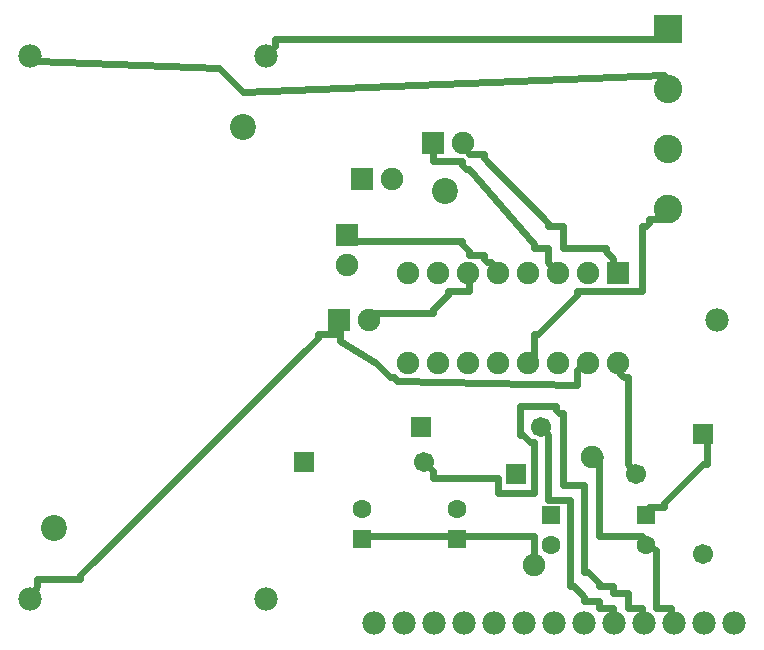
<source format=gbl>
G04 MADE WITH FRITZING*
G04 WWW.FRITZING.ORG*
G04 DOUBLE SIDED*
G04 HOLES PLATED*
G04 CONTOUR ON CENTER OF CONTOUR VECTOR*
%ASAXBY*%
%FSLAX23Y23*%
%MOIN*%
%OFA0B0*%
%SFA1.0B1.0*%
%ADD10C,0.075000*%
%ADD11C,0.078000*%
%ADD12C,0.062992*%
%ADD13C,0.067000*%
%ADD14C,0.095118*%
%ADD15C,0.086614*%
%ADD16C,0.075433*%
%ADD17R,0.075000X0.075000*%
%ADD18R,0.062992X0.062992*%
%ADD19R,0.067000X0.067000*%
%ADD20R,0.095118X0.095118*%
%ADD21C,0.024000*%
%LNCOPPER0*%
G90*
G70*
G54D10*
X2068Y1228D03*
X2068Y928D03*
X1968Y1228D03*
X1968Y928D03*
X1868Y1228D03*
X1868Y928D03*
X1768Y1228D03*
X1768Y928D03*
X1668Y1228D03*
X1668Y928D03*
X1568Y1228D03*
X1568Y928D03*
X1468Y1228D03*
X1468Y928D03*
X1368Y1228D03*
X1368Y928D03*
G54D11*
X1256Y63D03*
X1356Y63D03*
X1456Y63D03*
X1556Y63D03*
X1656Y63D03*
X1756Y63D03*
X1856Y63D03*
X1956Y63D03*
X2056Y63D03*
X2156Y63D03*
X2256Y63D03*
X2356Y63D03*
X2456Y63D03*
G54D12*
X1216Y342D03*
X1216Y441D03*
X1531Y342D03*
X1531Y441D03*
X2161Y421D03*
X2161Y323D03*
X1846Y421D03*
X1846Y323D03*
G54D13*
X1020Y598D03*
X1420Y598D03*
X1413Y716D03*
X1813Y716D03*
X2352Y693D03*
X2352Y293D03*
X1728Y559D03*
X2128Y559D03*
G54D14*
X2234Y2041D03*
X2234Y1841D03*
X2234Y1641D03*
X2234Y1441D03*
G54D10*
X1453Y1661D03*
X1553Y1661D03*
X1216Y1543D03*
X1316Y1543D03*
X1138Y1071D03*
X1238Y1071D03*
X1166Y1357D03*
X1166Y1257D03*
G54D11*
X896Y1953D03*
X2397Y1071D03*
X896Y142D03*
X108Y142D03*
X108Y1953D03*
G54D15*
X187Y378D03*
X817Y1717D03*
X1492Y1504D03*
G54D16*
X1788Y257D03*
X1980Y617D03*
G54D17*
X2068Y1228D03*
G54D18*
X1216Y342D03*
X1531Y342D03*
X2161Y421D03*
X1846Y421D03*
G54D19*
X1020Y598D03*
X1413Y716D03*
X2352Y693D03*
X1728Y559D03*
G54D20*
X2234Y2041D03*
G54D17*
X1453Y1661D03*
X1216Y1543D03*
X1138Y1071D03*
X1166Y1357D03*
G54D21*
X2243Y2013D02*
X2244Y2009D01*
X2244Y2009D02*
X924Y2009D01*
X924Y2009D02*
X924Y1985D01*
X924Y1985D02*
X913Y1972D01*
D02*
X2226Y1870D02*
X2220Y1889D01*
D02*
X2220Y1889D02*
X817Y1834D01*
D02*
X817Y1834D02*
X738Y1913D01*
D02*
X738Y1913D02*
X132Y1937D01*
D02*
X132Y1937D02*
X130Y1939D01*
D02*
X2169Y442D02*
X2172Y449D01*
X2172Y449D02*
X2220Y449D01*
X2220Y449D02*
X2220Y461D01*
X2220Y461D02*
X2352Y593D01*
X2352Y593D02*
X2364Y593D01*
X2364Y593D02*
X2364Y665D01*
X2364Y665D02*
X2362Y671D01*
D02*
X1254Y1090D02*
X1260Y1097D01*
X1260Y1097D02*
X1452Y1097D01*
X1452Y1097D02*
X1452Y1109D01*
X1452Y1109D02*
X1500Y1157D01*
X1500Y1157D02*
X1500Y1169D01*
D02*
X1500Y1169D02*
X1572Y1169D01*
D02*
X1572Y1169D02*
X1572Y1193D01*
D02*
X1572Y1193D02*
X1571Y1203D01*
D02*
X1185Y1340D02*
X1188Y1337D01*
D02*
X1188Y1337D02*
X1548Y1337D01*
D02*
X1548Y1337D02*
X1548Y1325D01*
D02*
X1548Y1325D02*
X1572Y1301D01*
D02*
X1572Y1301D02*
X1572Y1289D01*
D02*
X1572Y1289D02*
X1620Y1289D01*
D02*
X1620Y1289D02*
X1620Y1277D01*
D02*
X1620Y1277D02*
X1632Y1265D01*
D02*
X1632Y1265D02*
X1644Y1265D01*
D02*
X1644Y1265D02*
X1654Y1249D01*
D02*
X1452Y1636D02*
X1452Y1625D01*
X1452Y1625D02*
X1452Y1601D01*
X1452Y1601D02*
X1548Y1601D01*
X1548Y1601D02*
X1548Y1589D01*
X1548Y1589D02*
X1560Y1577D01*
X1560Y1577D02*
X1572Y1577D01*
X1572Y1577D02*
X1788Y1325D01*
D02*
X1788Y1325D02*
X1788Y1313D01*
D02*
X1788Y1313D02*
X1836Y1313D01*
D02*
X1836Y1313D02*
X1836Y1265D01*
D02*
X1836Y1265D02*
X1851Y1247D01*
D02*
X1564Y1639D02*
X1572Y1625D01*
X1572Y1625D02*
X1620Y1625D01*
X1620Y1625D02*
X1620Y1613D01*
X1620Y1613D02*
X1836Y1397D01*
D02*
X1836Y1397D02*
X1836Y1385D01*
D02*
X1836Y1385D02*
X1884Y1385D01*
D02*
X1884Y1385D02*
X1884Y1313D01*
D02*
X1884Y1313D02*
X2028Y1313D01*
D02*
X2028Y1313D02*
X2028Y1301D01*
D02*
X2028Y1301D02*
X2052Y1277D01*
D02*
X2052Y1277D02*
X2052Y1265D01*
D02*
X2052Y1265D02*
X2058Y1251D01*
D02*
X2243Y1412D02*
X2244Y1409D01*
D02*
X2244Y1409D02*
X2172Y1409D01*
D02*
X2172Y1409D02*
X2172Y1397D01*
D02*
X2172Y1397D02*
X2160Y1385D01*
D02*
X2160Y1385D02*
X2148Y1385D01*
D02*
X2148Y1385D02*
X2148Y1169D01*
D02*
X2148Y1169D02*
X1932Y1169D01*
D02*
X1932Y1169D02*
X1932Y1157D01*
X1932Y1157D02*
X1800Y1025D01*
X1800Y1025D02*
X1788Y1025D01*
X1788Y1025D02*
X1788Y953D01*
X1788Y953D02*
X1783Y947D01*
D02*
X2052Y89D02*
X2052Y89D01*
X2052Y89D02*
X2052Y113D01*
X2052Y113D02*
X2004Y113D01*
X2004Y113D02*
X2004Y137D01*
X2004Y137D02*
X1956Y137D01*
X1956Y137D02*
X1956Y149D01*
X1956Y149D02*
X1920Y185D01*
X1920Y185D02*
X1908Y185D01*
X1908Y185D02*
X1908Y473D01*
X1908Y473D02*
X1836Y473D01*
X1836Y473D02*
X1836Y689D01*
X1836Y689D02*
X1829Y698D01*
D02*
X2148Y88D02*
X2148Y89D01*
X2148Y89D02*
X2148Y113D01*
X2148Y113D02*
X2100Y113D01*
X2100Y113D02*
X2100Y161D01*
X2100Y161D02*
X2052Y161D01*
X2052Y161D02*
X2052Y185D01*
X2052Y185D02*
X2004Y185D01*
X2004Y185D02*
X2004Y197D01*
X2004Y197D02*
X1968Y233D01*
X1968Y233D02*
X1956Y233D01*
X1956Y233D02*
X1956Y521D01*
X1956Y521D02*
X1884Y521D01*
X1884Y521D02*
X1884Y761D01*
X1884Y761D02*
X1872Y761D01*
X1872Y761D02*
X1860Y773D01*
X1860Y773D02*
X1860Y785D01*
X1860Y785D02*
X1740Y785D01*
X1740Y785D02*
X1740Y689D01*
X1740Y689D02*
X1752Y689D01*
X1752Y689D02*
X1776Y665D01*
X1776Y665D02*
X1788Y665D01*
X1788Y665D02*
X1788Y497D01*
X1788Y497D02*
X1668Y497D01*
X1668Y497D02*
X1668Y545D01*
X1668Y545D02*
X1452Y545D01*
X1452Y545D02*
X1452Y569D01*
X1452Y569D02*
X1438Y582D01*
D02*
X1236Y354D02*
X1236Y353D01*
X1236Y353D02*
X1500Y353D01*
X1500Y353D02*
X1510Y350D01*
D02*
X1788Y286D02*
X1788Y353D01*
X1788Y353D02*
X1548Y353D01*
X1548Y353D02*
X1531Y342D01*
D02*
X2245Y87D02*
X2244Y89D01*
X2244Y89D02*
X2244Y113D01*
X2244Y113D02*
X2196Y113D01*
X2196Y113D02*
X2196Y305D01*
X2196Y305D02*
X2182Y312D01*
D02*
X2009Y617D02*
X2004Y617D01*
X2004Y617D02*
X2004Y353D01*
X2004Y353D02*
X2148Y353D01*
X2148Y353D02*
X2161Y323D01*
D02*
X1139Y1046D02*
X1140Y1025D01*
X1140Y1025D02*
X1140Y1001D01*
X1140Y1001D02*
X1260Y929D01*
X1260Y929D02*
X1308Y881D01*
X1308Y881D02*
X1320Y881D01*
X1320Y881D02*
X1332Y869D01*
X1332Y869D02*
X1932Y857D01*
X1932Y857D02*
X1932Y905D01*
X1932Y905D02*
X1947Y915D01*
D02*
X121Y164D02*
X132Y185D01*
X132Y185D02*
X132Y209D01*
X132Y209D02*
X276Y209D01*
X276Y209D02*
X276Y221D01*
X276Y221D02*
X1068Y1013D01*
X1068Y1013D02*
X1068Y1025D01*
X1068Y1025D02*
X1140Y1025D01*
X1140Y1025D02*
X1140Y1001D01*
D02*
X2076Y905D02*
X2076Y905D01*
X2076Y905D02*
X2076Y893D01*
X2076Y893D02*
X2088Y881D01*
X2088Y881D02*
X2100Y881D01*
X2100Y881D02*
X2100Y593D01*
X2100Y593D02*
X2113Y578D01*
G04 End of Copper0*
M02*
</source>
